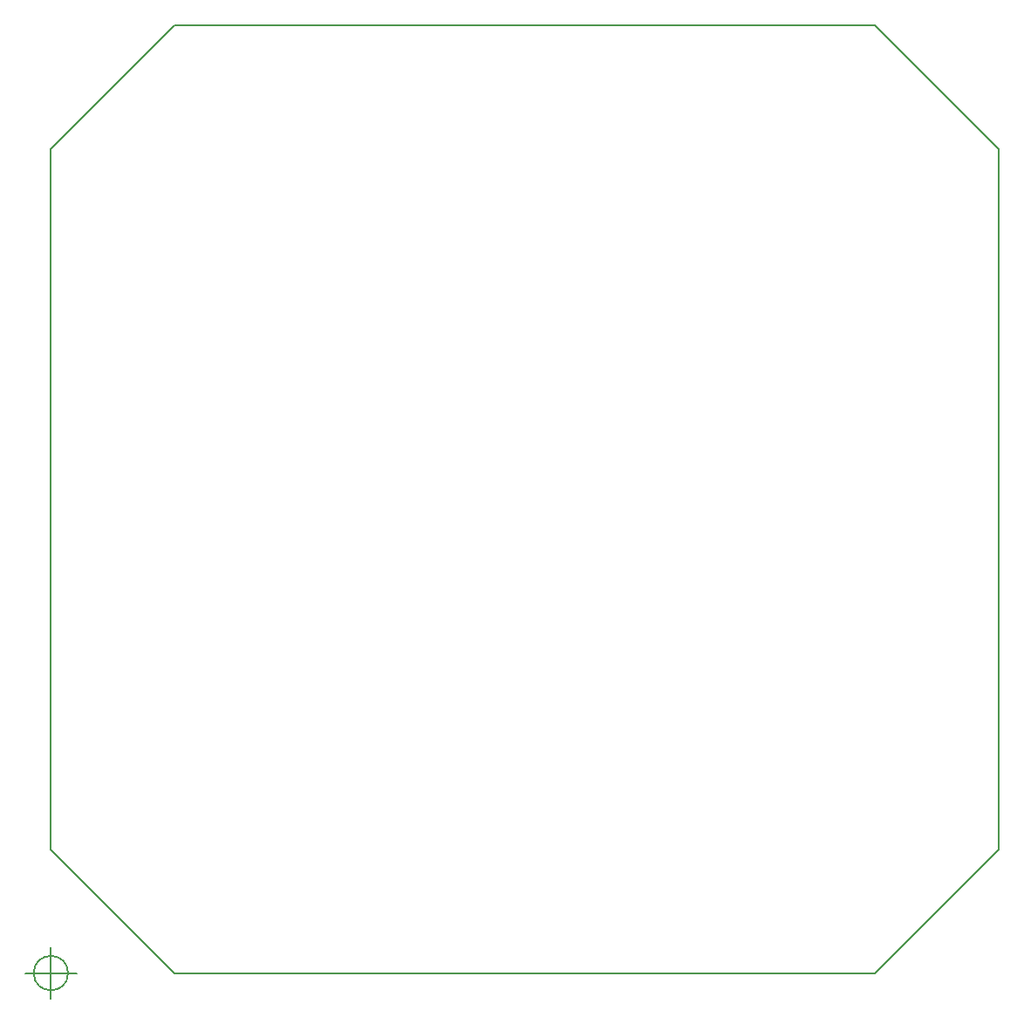
<source format=gbr>
G04 #@! TF.GenerationSoftware,KiCad,Pcbnew,(5.0.2)-1*
G04 #@! TF.CreationDate,2019-05-25T02:40:28-02:30*
G04 #@! TF.ProjectId,FusePCB,46757365-5043-4422-9e6b-696361645f70,rev?*
G04 #@! TF.SameCoordinates,Original*
G04 #@! TF.FileFunction,Profile,NP*
%FSLAX46Y46*%
G04 Gerber Fmt 4.6, Leading zero omitted, Abs format (unit mm)*
G04 Created by KiCad (PCBNEW (5.0.2)-1) date 5/25/2019 2:40:28 AM*
%MOMM*%
%LPD*%
G01*
G04 APERTURE LIST*
%ADD10C,0.150000*%
G04 APERTURE END LIST*
D10*
X130000000Y-150000000D02*
X142000000Y-138000000D01*
X130000000Y-58000000D02*
X142000000Y-70000000D01*
X50000000Y-70000000D02*
X62000000Y-58000000D01*
X62000000Y-150000000D02*
X50000000Y-138000000D01*
X130000000Y-150000000D02*
X62000000Y-150000000D01*
X142000000Y-70000000D02*
X142000000Y-138000000D01*
X62000000Y-58000000D02*
X130000000Y-58000000D01*
X50000000Y-138000000D02*
X50000000Y-70000000D01*
X51666666Y-150000000D02*
G75*
G03X51666666Y-150000000I-1666666J0D01*
G01*
X47500000Y-150000000D02*
X52500000Y-150000000D01*
X50000000Y-147500000D02*
X50000000Y-152500000D01*
M02*

</source>
